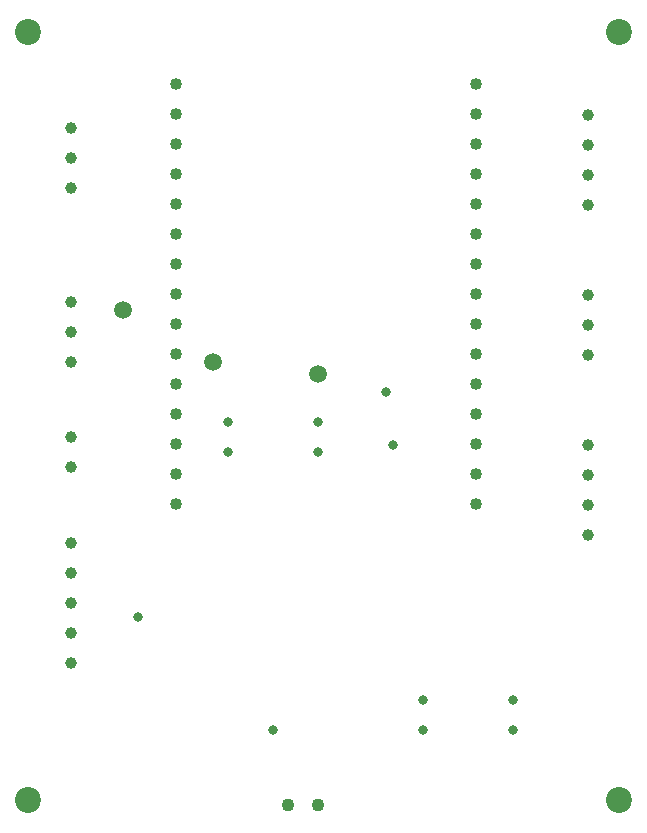
<source format=gbr>
%TF.GenerationSoftware,KiCad,Pcbnew,(6.0.7)*%
%TF.CreationDate,2022-08-26T02:08:32+02:00*%
%TF.ProjectId,airpcb_smd,61697270-6362-45f7-936d-642e6b696361,rev?*%
%TF.SameCoordinates,Original*%
%TF.FileFunction,Plated,1,2,PTH,Drill*%
%TF.FilePolarity,Positive*%
%FSLAX46Y46*%
G04 Gerber Fmt 4.6, Leading zero omitted, Abs format (unit mm)*
G04 Created by KiCad (PCBNEW (6.0.7)) date 2022-08-26 02:08:32*
%MOMM*%
%LPD*%
G01*
G04 APERTURE LIST*
%TA.AperFunction,ViaDrill*%
%ADD10C,0.800000*%
%TD*%
%TA.AperFunction,ComponentDrill*%
%ADD11C,0.800000*%
%TD*%
%TA.AperFunction,ComponentDrill*%
%ADD12C,1.000000*%
%TD*%
%TA.AperFunction,ComponentDrill*%
%ADD13C,1.020000*%
%TD*%
%TA.AperFunction,ComponentDrill*%
%ADD14C,1.100000*%
%TD*%
%TA.AperFunction,ViaDrill*%
%ADD15C,1.500000*%
%TD*%
%TA.AperFunction,ComponentDrill*%
%ADD16C,2.200000*%
%TD*%
G04 APERTURE END LIST*
D10*
X114300000Y-103505000D03*
X125730000Y-113030000D03*
X135255000Y-84455000D03*
X135890000Y-88900000D03*
D11*
%TO.C,U1*%
X121920000Y-86995000D03*
X121920000Y-89535000D03*
X129540000Y-86995000D03*
X129540000Y-89535000D03*
%TO.C,U2*%
X138420000Y-110495000D03*
X138420000Y-113035000D03*
X146040000Y-110495000D03*
X146040000Y-113035000D03*
D12*
%TO.C,J9*%
X108585000Y-62066000D03*
X108585000Y-64606000D03*
X108585000Y-67146000D03*
%TO.C,J7*%
X108585000Y-76835000D03*
X108585000Y-79375000D03*
X108585000Y-81915000D03*
%TO.C,J3*%
X108610000Y-88285000D03*
X108610000Y-90825000D03*
%TO.C,J11*%
X108610000Y-97185000D03*
X108610000Y-99725000D03*
X108610000Y-102265000D03*
X108610000Y-104805000D03*
X108610000Y-107345000D03*
%TO.C,J1*%
X152400000Y-60960000D03*
X152400000Y-63500000D03*
X152400000Y-66040000D03*
X152400000Y-68580000D03*
%TO.C,J8*%
X152400000Y-76200000D03*
X152400000Y-78740000D03*
X152400000Y-81280000D03*
%TO.C,J2*%
X152400000Y-88900000D03*
X152400000Y-91440000D03*
X152400000Y-93980000D03*
X152400000Y-96520000D03*
D13*
%TO.C,U3*%
X117465000Y-58370000D03*
X117465000Y-60910000D03*
X117465000Y-63450000D03*
X117465000Y-65990000D03*
X117465000Y-68530000D03*
X117465000Y-71070000D03*
X117465000Y-73610000D03*
X117465000Y-76150000D03*
X117465000Y-78690000D03*
X117465000Y-81230000D03*
X117465000Y-83770000D03*
X117465000Y-86310000D03*
X117465000Y-88850000D03*
X117465000Y-91390000D03*
X117465000Y-93930000D03*
X142865000Y-58370000D03*
X142865000Y-60910000D03*
X142865000Y-63450000D03*
X142865000Y-65990000D03*
X142865000Y-68530000D03*
X142865000Y-71070000D03*
X142865000Y-73610000D03*
X142865000Y-76150000D03*
X142865000Y-78690000D03*
X142865000Y-81230000D03*
X142865000Y-83770000D03*
X142865000Y-86310000D03*
X142865000Y-88850000D03*
X142865000Y-91390000D03*
X142865000Y-93930000D03*
D14*
%TO.C,J4*%
X127000000Y-119380000D03*
X129540000Y-119380000D03*
%TD*%
D15*
X113030000Y-77470000D03*
X120650000Y-81915000D03*
X129540000Y-82947500D03*
D16*
%TO.C,H1*%
X105000000Y-54000000D03*
%TO.C,H4*%
X105000000Y-119000000D03*
%TO.C,H2*%
X155000000Y-54000000D03*
%TO.C,H3*%
X155000000Y-119000000D03*
M02*

</source>
